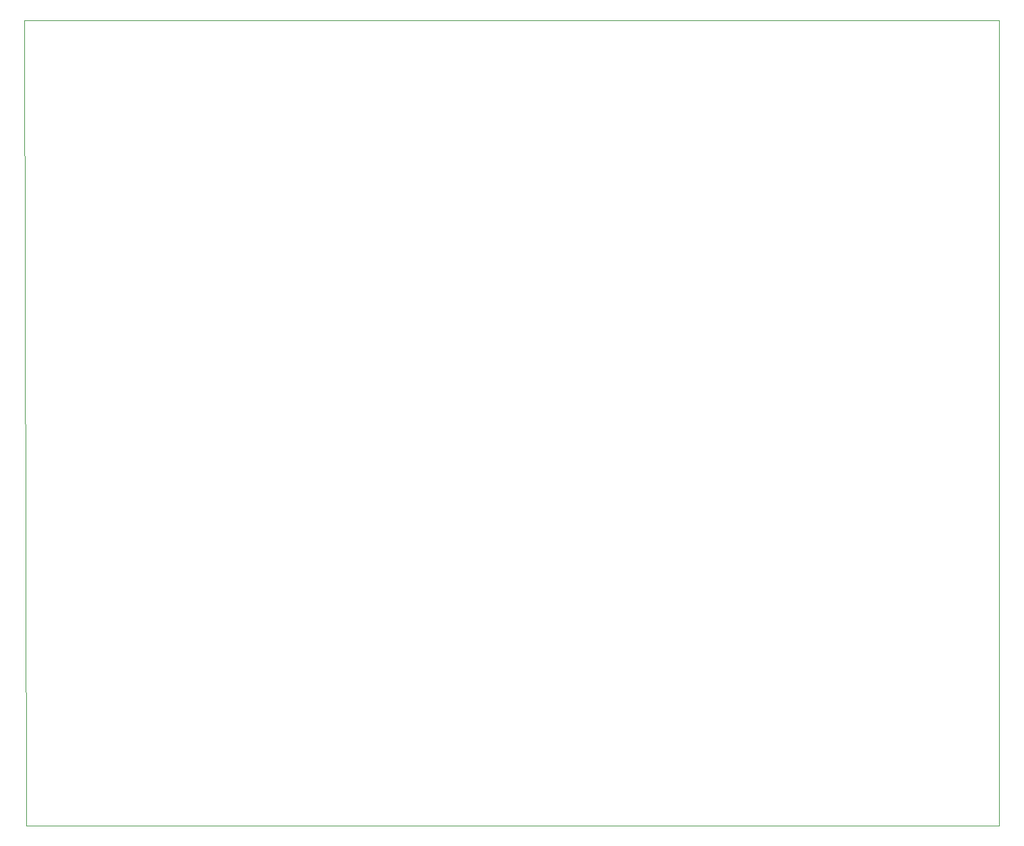
<source format=gbr>
%TF.GenerationSoftware,KiCad,Pcbnew,9.0.4*%
%TF.CreationDate,2025-10-28T13:54:02-05:00*%
%TF.ProjectId,Molecule_BQ76952 - v2,4d6f6c65-6375-46c6-955f-425137363935,rev?*%
%TF.SameCoordinates,Original*%
%TF.FileFunction,Profile,NP*%
%FSLAX46Y46*%
G04 Gerber Fmt 4.6, Leading zero omitted, Abs format (unit mm)*
G04 Created by KiCad (PCBNEW 9.0.4) date 2025-10-28 13:54:02*
%MOMM*%
%LPD*%
G01*
G04 APERTURE LIST*
%TA.AperFunction,Profile*%
%ADD10C,0.050000*%
%TD*%
G04 APERTURE END LIST*
D10*
X-61025000Y223801500D02*
X-61255000Y327801500D01*
X-61255000Y327801500D02*
X64475000Y327801500D01*
X64475000Y327801500D02*
X64475000Y223801500D01*
X64475000Y223809080D02*
X-61025000Y223801500D01*
M02*

</source>
